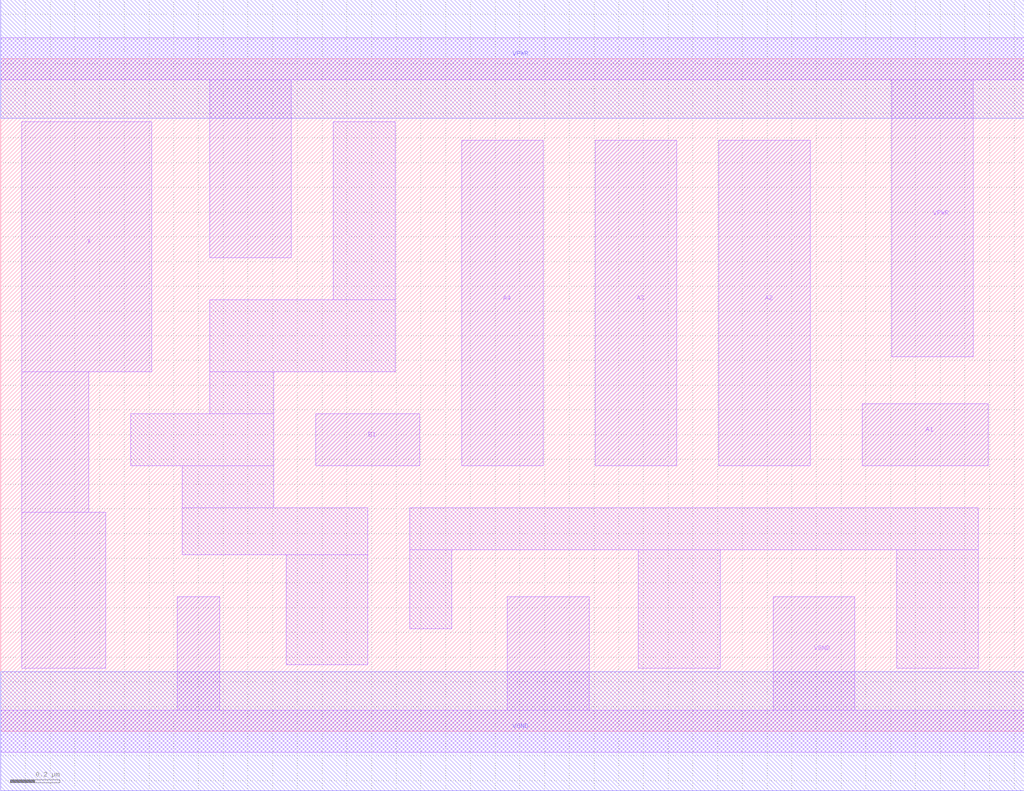
<source format=lef>
# Copyright 2020 The SkyWater PDK Authors
#
# Licensed under the Apache License, Version 2.0 (the "License");
# you may not use this file except in compliance with the License.
# You may obtain a copy of the License at
#
#     https://www.apache.org/licenses/LICENSE-2.0
#
# Unless required by applicable law or agreed to in writing, software
# distributed under the License is distributed on an "AS IS" BASIS,
# WITHOUT WARRANTIES OR CONDITIONS OF ANY KIND, either express or implied.
# See the License for the specific language governing permissions and
# limitations under the License.
#
# SPDX-License-Identifier: Apache-2.0

VERSION 5.5 ;
NAMESCASESENSITIVE ON ;
BUSBITCHARS "[]" ;
DIVIDERCHAR "/" ;
MACRO sky130_fd_sc_hd__o41a_1
  CLASS CORE ;
  SOURCE USER ;
  ORIGIN  0.000000  0.000000 ;
  SIZE  4.140000 BY  2.720000 ;
  SYMMETRY X Y R90 ;
  SITE unithd ;
  PIN A1
    ANTENNAGATEAREA  0.247500 ;
    DIRECTION INPUT ;
    USE SIGNAL ;
    PORT
      LAYER li1 ;
        RECT 3.485000 1.075000 3.995000 1.325000 ;
    END
  END A1
  PIN A2
    ANTENNAGATEAREA  0.247500 ;
    DIRECTION INPUT ;
    USE SIGNAL ;
    PORT
      LAYER li1 ;
        RECT 2.905000 1.075000 3.275000 2.390000 ;
    END
  END A2
  PIN A3
    ANTENNAGATEAREA  0.247500 ;
    DIRECTION INPUT ;
    USE SIGNAL ;
    PORT
      LAYER li1 ;
        RECT 2.405000 1.075000 2.735000 2.390000 ;
    END
  END A3
  PIN A4
    ANTENNAGATEAREA  0.247500 ;
    DIRECTION INPUT ;
    USE SIGNAL ;
    PORT
      LAYER li1 ;
        RECT 1.865000 1.075000 2.195000 2.390000 ;
    END
  END A4
  PIN B1
    ANTENNAGATEAREA  0.247500 ;
    DIRECTION INPUT ;
    USE SIGNAL ;
    PORT
      LAYER li1 ;
        RECT 1.275000 1.075000 1.695000 1.285000 ;
    END
  END B1
  PIN X
    ANTENNADIFFAREA  0.672000 ;
    DIRECTION OUTPUT ;
    USE SIGNAL ;
    PORT
      LAYER li1 ;
        RECT 0.085000 0.255000 0.425000 0.885000 ;
        RECT 0.085000 0.885000 0.355000 1.455000 ;
        RECT 0.085000 1.455000 0.610000 2.465000 ;
    END
  END X
  PIN VGND
    DIRECTION INOUT ;
    SHAPE ABUTMENT ;
    USE GROUND ;
    PORT
      LAYER li1 ;
        RECT 0.000000 -0.085000 4.140000 0.085000 ;
        RECT 0.715000  0.085000 0.885000 0.545000 ;
        RECT 2.050000  0.085000 2.380000 0.545000 ;
        RECT 3.125000  0.085000 3.455000 0.545000 ;
    END
    PORT
      LAYER met1 ;
        RECT 0.000000 -0.240000 4.140000 0.240000 ;
    END
  END VGND
  PIN VNB
    DIRECTION INOUT ;
    USE GROUND ;
    PORT
    END
  END VNB
  PIN VPB
    DIRECTION INOUT ;
    USE POWER ;
    PORT
    END
  END VPB
  PIN VPWR
    DIRECTION INOUT ;
    SHAPE ABUTMENT ;
    USE POWER ;
    PORT
      LAYER li1 ;
        RECT 0.000000 2.635000 4.140000 2.805000 ;
        RECT 0.845000 1.915000 1.175000 2.635000 ;
        RECT 3.605000 1.515000 3.935000 2.635000 ;
    END
    PORT
      LAYER met1 ;
        RECT 0.000000 2.480000 4.140000 2.960000 ;
    END
  END VPWR
  OBS
    LAYER li1 ;
      RECT 0.525000 1.075000 1.105000 1.285000 ;
      RECT 0.735000 0.715000 1.485000 0.905000 ;
      RECT 0.735000 0.905000 1.105000 1.075000 ;
      RECT 0.845000 1.285000 1.105000 1.455000 ;
      RECT 0.845000 1.455000 1.595000 1.745000 ;
      RECT 1.155000 0.270000 1.485000 0.715000 ;
      RECT 1.345000 1.745000 1.595000 2.465000 ;
      RECT 1.655000 0.415000 1.825000 0.735000 ;
      RECT 1.655000 0.735000 3.955000 0.905000 ;
      RECT 2.580000 0.255000 2.910000 0.735000 ;
      RECT 3.625000 0.255000 3.955000 0.735000 ;
  END
END sky130_fd_sc_hd__o41a_1
END LIBRARY

</source>
